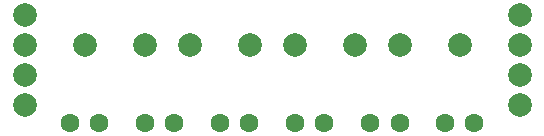
<source format=gbr>
%TF.GenerationSoftware,KiCad,Pcbnew,(6.0.0)*%
%TF.CreationDate,2022-01-14T09:56:19+02:00*%
%TF.ProjectId,uSDX_BPF,75534458-5f42-4504-962e-6b696361645f,rev?*%
%TF.SameCoordinates,Original*%
%TF.FileFunction,Soldermask,Bot*%
%TF.FilePolarity,Negative*%
%FSLAX46Y46*%
G04 Gerber Fmt 4.6, Leading zero omitted, Abs format (unit mm)*
G04 Created by KiCad (PCBNEW (6.0.0)) date 2022-01-14 09:56:19*
%MOMM*%
%LPD*%
G01*
G04 APERTURE LIST*
%ADD10C,1.600000*%
%ADD11C,2.000000*%
G04 APERTURE END LIST*
D10*
%TO.C,C6*%
X93940000Y-45466000D03*
X91440000Y-45466000D03*
%TD*%
%TO.C,C5*%
X85130000Y-45466000D03*
X87630000Y-45466000D03*
%TD*%
%TO.C,C4*%
X81240000Y-45466000D03*
X78740000Y-45466000D03*
%TD*%
%TO.C,C3*%
X74890000Y-45466000D03*
X72390000Y-45466000D03*
%TD*%
%TO.C,C2*%
X68540000Y-45466000D03*
X66040000Y-45466000D03*
%TD*%
%TO.C,C1*%
X62190000Y-45466000D03*
X59690000Y-45466000D03*
%TD*%
D11*
%TO.C,L4*%
X92710000Y-38862000D03*
X87630000Y-38862000D03*
%TD*%
%TO.C,L3*%
X83820000Y-38862000D03*
X78740000Y-38862000D03*
%TD*%
%TO.C,L2*%
X74930000Y-38862000D03*
X69850000Y-38862000D03*
%TD*%
%TO.C,L1*%
X66040000Y-38862000D03*
X60960000Y-38862000D03*
%TD*%
%TO.C,GND*%
X55880000Y-36322000D03*
%TD*%
%TO.C, *%
X55880000Y-38862000D03*
%TD*%
%TO.C,ANT2*%
X55880000Y-41402000D03*
%TD*%
%TO.C,ANT1*%
X55880000Y-43942000D03*
%TD*%
%TO.C,+12V*%
X97790000Y-36322000D03*
%TD*%
%TO.C,TX*%
X97790000Y-38862000D03*
%TD*%
%TO.C,RX*%
X97790000Y-41402000D03*
%TD*%
%TO.C,GND*%
X97790000Y-43942000D03*
%TD*%
M02*

</source>
